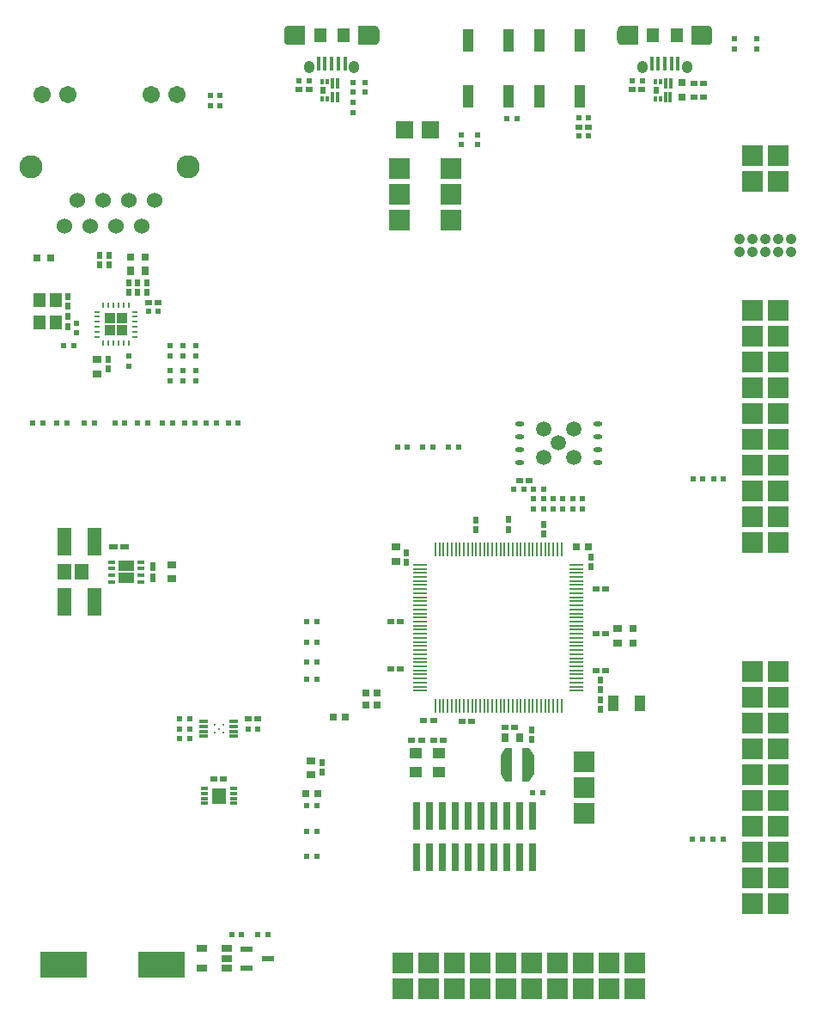
<source format=gtp>
G04 Layer_Color=8421504*
%FSLAX43Y43*%
%MOMM*%
G71*
G01*
G75*
%ADD13R,0.600X0.550*%
%ADD14R,0.800X0.650*%
%ADD15R,0.800X0.850*%
%ADD16R,0.500X0.650*%
%ADD17R,1.350X1.500*%
%ADD19R,0.550X0.600*%
%ADD20R,1.400X2.800*%
%ADD21R,0.700X0.700*%
%ADD23R,0.650X0.500*%
%ADD24R,0.600X0.900*%
%ADD25R,0.700X0.700*%
%ADD26R,0.540X0.800*%
%ADD27R,0.300X0.600*%
%ADD28R,0.300X1.000*%
%ADD29R,0.400X1.000*%
%ADD30R,0.400X1.350*%
%ADD31R,0.500X0.600*%
%ADD32R,1.000X2.250*%
%ADD33R,0.900X0.600*%
%ADD34R,4.600X2.500*%
%ADD35R,0.700X3.300*%
%ADD36R,1.300X0.600*%
%ADD37R,1.050X0.650*%
%ADD39R,0.850X0.300*%
%ADD40R,0.230X0.480*%
%ADD41R,0.480X0.230*%
%ADD44R,0.675X0.350*%
%ADD46R,0.700X0.300*%
%ADD48O,0.900X0.450*%
%ADD49R,1.000X1.550*%
%ADD51R,1.150X1.400*%
%ADD52R,1.300X1.050*%
%ADD53R,0.850X0.800*%
%ADD54R,0.740X2.790*%
%ADD55O,0.250X1.400*%
%ADD56O,1.400X0.250*%
%ADD57R,0.650X0.800*%
%ADD65C,1.050*%
%ADD66C,1.500*%
%ADD67C,1.524*%
%ADD68C,1.702*%
%ADD69C,2.286*%
G04:AMPARAMS|DCode=71|XSize=2.1mm|YSize=1.9mm|CornerRadius=0.494mm|HoleSize=0mm|Usage=FLASHONLY|Rotation=0.000|XOffset=0mm|YOffset=0mm|HoleType=Round|Shape=RoundedRectangle|*
%AMROUNDEDRECTD71*
21,1,2.100,0.912,0,0,0.0*
21,1,1.112,1.900,0,0,0.0*
1,1,0.988,0.556,-0.456*
1,1,0.988,-0.556,-0.456*
1,1,0.988,-0.556,0.456*
1,1,0.988,0.556,0.456*
%
%ADD71ROUNDEDRECTD71*%
G04:AMPARAMS|DCode=72|XSize=1.05mm|YSize=1.25mm|CornerRadius=0.525mm|HoleSize=0mm|Usage=FLASHONLY|Rotation=180.000|XOffset=0mm|YOffset=0mm|HoleType=Round|Shape=RoundedRectangle|*
%AMROUNDEDRECTD72*
21,1,1.050,0.200,0,0,180.0*
21,1,0.000,1.250,0,0,180.0*
1,1,1.050,0.000,0.100*
1,1,1.050,0.000,0.100*
1,1,1.050,0.000,-0.100*
1,1,1.050,0.000,-0.100*
%
%ADD72ROUNDEDRECTD72*%
%ADD126R,2.100X2.100*%
%ADD127R,2.100X2.100*%
%ADD128C,0.264*%
%ADD129R,1.000X1.000*%
%ADD130R,1.550X1.125*%
%ADD131R,1.700X1.700*%
%ADD132R,1.350X1.550*%
%ADD133R,1.300X1.400*%
G36*
X-51034Y-2625D02*
X-52634D01*
X-52682Y-2621D01*
X-52735Y-2614D01*
X-52788Y-2599D01*
X-52831Y-2583D01*
X-52873Y-2563D01*
X-52917Y-2535D01*
X-52955Y-2506D01*
X-52994Y-2472D01*
X-53023Y-2436D01*
X-53051Y-2399D01*
X-53075Y-2358D01*
X-53095Y-2316D01*
X-53111Y-2274D01*
X-53123Y-2223D01*
X-53130Y-2178D01*
X-53134Y-2125D01*
Y-1225D01*
X-53130Y-1170D01*
X-53122Y-1125D01*
X-53110Y-1075D01*
X-53094Y-1035D01*
X-53081Y-1002D01*
X-53056Y-959D01*
X-53030Y-922D01*
X-52999Y-884D01*
X-52954Y-843D01*
X-52914Y-813D01*
X-52868Y-784D01*
X-52815Y-760D01*
X-52728Y-734D01*
X-52634Y-725D01*
X-51034D01*
Y-2625D01*
D02*
G37*
G36*
X-28500Y-72625D02*
Y-74425D01*
X-28950Y-75175D01*
X-29650D01*
Y-71875D01*
X-28950D01*
X-28500Y-72625D01*
D02*
G37*
G36*
X-30650Y-75175D02*
X-31350D01*
X-31800Y-74425D01*
Y-72625D01*
X-31350Y-71875D01*
X-30650D01*
Y-75175D01*
D02*
G37*
G36*
X-11352Y-729D02*
X-11299Y-736D01*
X-11246Y-751D01*
X-11203Y-767D01*
X-11161Y-787D01*
X-11117Y-815D01*
X-11079Y-844D01*
X-11040Y-878D01*
X-11011Y-914D01*
X-10983Y-951D01*
X-10959Y-992D01*
X-10939Y-1034D01*
X-10923Y-1076D01*
X-10911Y-1127D01*
X-10904Y-1172D01*
X-10900Y-1225D01*
Y-2125D01*
X-10904Y-2180D01*
X-10912Y-2225D01*
X-10924Y-2275D01*
X-10940Y-2315D01*
X-10953Y-2348D01*
X-10978Y-2391D01*
X-11004Y-2428D01*
X-11035Y-2466D01*
X-11080Y-2507D01*
X-11120Y-2537D01*
X-11166Y-2566D01*
X-11219Y-2590D01*
X-11306Y-2616D01*
X-11400Y-2625D01*
X-13000D01*
Y-725D01*
X-11400D01*
X-11352Y-729D01*
D02*
G37*
G36*
X-18200Y-2625D02*
X-19800D01*
X-19848Y-2621D01*
X-19901Y-2614D01*
X-19954Y-2599D01*
X-19997Y-2583D01*
X-20039Y-2563D01*
X-20083Y-2535D01*
X-20121Y-2506D01*
X-20160Y-2472D01*
X-20189Y-2436D01*
X-20217Y-2399D01*
X-20241Y-2358D01*
X-20261Y-2316D01*
X-20277Y-2274D01*
X-20289Y-2223D01*
X-20296Y-2178D01*
X-20300Y-2125D01*
Y-1225D01*
X-20296Y-1170D01*
X-20288Y-1125D01*
X-20276Y-1075D01*
X-20260Y-1035D01*
X-20247Y-1002D01*
X-20222Y-959D01*
X-20196Y-922D01*
X-20165Y-884D01*
X-20120Y-843D01*
X-20080Y-813D01*
X-20034Y-784D01*
X-19981Y-760D01*
X-19894Y-734D01*
X-19800Y-725D01*
X-18200D01*
Y-2625D01*
D02*
G37*
G36*
X-44186Y-729D02*
X-44133Y-736D01*
X-44080Y-751D01*
X-44037Y-767D01*
X-43995Y-787D01*
X-43951Y-815D01*
X-43913Y-844D01*
X-43874Y-878D01*
X-43845Y-914D01*
X-43817Y-951D01*
X-43793Y-992D01*
X-43773Y-1034D01*
X-43757Y-1076D01*
X-43745Y-1127D01*
X-43738Y-1172D01*
X-43734Y-1225D01*
Y-2125D01*
X-43738Y-2180D01*
X-43746Y-2225D01*
X-43758Y-2275D01*
X-43774Y-2315D01*
X-43787Y-2348D01*
X-43812Y-2391D01*
X-43838Y-2428D01*
X-43869Y-2466D01*
X-43914Y-2507D01*
X-43954Y-2537D01*
X-44000Y-2566D01*
X-44053Y-2590D01*
X-44140Y-2616D01*
X-44234Y-2625D01*
X-45834D01*
Y-725D01*
X-44234D01*
X-44186Y-729D01*
D02*
G37*
D13*
X-41965Y-42200D02*
D03*
X-40965D02*
D03*
X-50925Y-61400D02*
D03*
X-49925D02*
D03*
X-50925Y-65100D02*
D03*
X-49925D02*
D03*
X-50925Y-63400D02*
D03*
X-49925D02*
D03*
X-50925Y-82530D02*
D03*
X-49925D02*
D03*
X-50925Y-80030D02*
D03*
X-49925D02*
D03*
X-50925Y-77530D02*
D03*
X-49925D02*
D03*
X-30500Y-46326D02*
D03*
X-29500D02*
D03*
X-56701Y-69950D02*
D03*
X-55701D02*
D03*
X-63450Y-69000D02*
D03*
X-62450D02*
D03*
X-63450Y-69950D02*
D03*
X-62450D02*
D03*
X-63450Y-70900D02*
D03*
X-62450D02*
D03*
X-65525Y-28875D02*
D03*
X-66525D02*
D03*
X-74850Y-32200D02*
D03*
X-73850D02*
D03*
X-51653Y-6125D02*
D03*
X-50653D02*
D03*
X-57300Y-90250D02*
D03*
X-58300D02*
D03*
X-54700D02*
D03*
X-55700D02*
D03*
X-31150Y-9850D02*
D03*
X-30150D02*
D03*
X-24100Y-9800D02*
D03*
X-23100D02*
D03*
X-18825Y-6125D02*
D03*
X-17825D02*
D03*
X-24100Y-11550D02*
D03*
X-23100D02*
D03*
X-12831Y-45325D02*
D03*
X-11831D02*
D03*
X-9806D02*
D03*
X-10806D02*
D03*
X-28625Y-76276D02*
D03*
X-27625D02*
D03*
X-12875Y-80825D02*
D03*
X-11875D02*
D03*
X-9850D02*
D03*
X-10850D02*
D03*
X-72825Y-39850D02*
D03*
X-71825D02*
D03*
X-69825D02*
D03*
X-68825D02*
D03*
X-67575D02*
D03*
X-66575D02*
D03*
X-57650D02*
D03*
X-58650D02*
D03*
X-59775D02*
D03*
X-60775D02*
D03*
X-64150D02*
D03*
X-65150D02*
D03*
X-77900D02*
D03*
X-76900D02*
D03*
X-75525D02*
D03*
X-74525D02*
D03*
X-61900D02*
D03*
X-62900D02*
D03*
X-50925Y-59400D02*
D03*
X-49925D02*
D03*
X-36925Y-42200D02*
D03*
X-35925D02*
D03*
X-38450Y-42200D02*
D03*
X-39450D02*
D03*
X-28575Y-46326D02*
D03*
X-27575D02*
D03*
D14*
X-48267Y-68756D02*
D03*
X-47067D02*
D03*
X-51025Y-76350D02*
D03*
X-49825D02*
D03*
X-23125Y-52000D02*
D03*
X-24325D02*
D03*
D15*
X-29925Y-70825D02*
D03*
X-31325D02*
D03*
X-68250Y-24875D02*
D03*
X-66850D02*
D03*
D16*
X-21925Y-67125D02*
D03*
Y-68075D02*
D03*
X-21927Y-66100D02*
D03*
Y-65150D02*
D03*
X-67550Y-27000D02*
D03*
Y-26050D02*
D03*
X-71288Y-23300D02*
D03*
Y-24250D02*
D03*
X-70363Y-23300D02*
D03*
Y-24250D02*
D03*
X-70450Y-33546D02*
D03*
Y-34496D02*
D03*
X-68450Y-27000D02*
D03*
Y-26050D02*
D03*
X-22900Y-53050D02*
D03*
Y-54000D02*
D03*
X-27550Y-50775D02*
D03*
Y-49825D02*
D03*
X-31000Y-50300D02*
D03*
Y-49350D02*
D03*
X-34200Y-50350D02*
D03*
Y-49400D02*
D03*
X-41075Y-53550D02*
D03*
Y-52600D02*
D03*
X-28750Y-70050D02*
D03*
Y-71000D02*
D03*
X-49365Y-73300D02*
D03*
Y-74251D02*
D03*
X-74450Y-28330D02*
D03*
Y-27380D02*
D03*
Y-29380D02*
D03*
Y-30330D02*
D03*
X-66650Y-26050D02*
D03*
Y-27000D02*
D03*
D17*
X-74750Y-54513D02*
D03*
X-73100D02*
D03*
D19*
X-61800Y-34650D02*
D03*
Y-35650D02*
D03*
X-63075Y-34650D02*
D03*
Y-35650D02*
D03*
X-64350Y-34650D02*
D03*
Y-35650D02*
D03*
X-68450Y-34271D02*
D03*
Y-33271D02*
D03*
X-63075Y-32200D02*
D03*
Y-33200D02*
D03*
X-64350Y-32200D02*
D03*
Y-33200D02*
D03*
X-61800Y-32200D02*
D03*
Y-33200D02*
D03*
X-73557Y-30980D02*
D03*
Y-29980D02*
D03*
X-60400Y-8625D02*
D03*
Y-7625D02*
D03*
X-45150Y-7275D02*
D03*
Y-6275D02*
D03*
X-46350Y-8300D02*
D03*
Y-9300D02*
D03*
Y-6275D02*
D03*
Y-7275D02*
D03*
X-35675Y-12450D02*
D03*
Y-11450D02*
D03*
X-59450Y-8625D02*
D03*
Y-7625D02*
D03*
X-28520Y-47325D02*
D03*
Y-48325D02*
D03*
X-27560Y-47325D02*
D03*
Y-48325D02*
D03*
X-26600Y-47325D02*
D03*
Y-48325D02*
D03*
X-25640Y-47325D02*
D03*
Y-48325D02*
D03*
X-24680Y-47325D02*
D03*
Y-48325D02*
D03*
X-23720Y-47325D02*
D03*
Y-48325D02*
D03*
D20*
X-71850Y-57475D02*
D03*
X-74750D02*
D03*
Y-51550D02*
D03*
X-71850D02*
D03*
D21*
X-68250Y-23500D02*
D03*
X-66850D02*
D03*
X-77501Y-23575D02*
D03*
X-76101D02*
D03*
D23*
X-29925Y-45475D02*
D03*
X-28975D02*
D03*
X-59075Y-74900D02*
D03*
X-60025D02*
D03*
X-56650Y-68975D02*
D03*
X-55700D02*
D03*
X-66500Y-27975D02*
D03*
X-65550D02*
D03*
X-50678Y-7025D02*
D03*
X-51628D02*
D03*
X-40550Y-71075D02*
D03*
X-39600D02*
D03*
X-37400D02*
D03*
X-38350D02*
D03*
X-24075Y-10675D02*
D03*
X-23125D02*
D03*
X-11800Y-7725D02*
D03*
X-12750D02*
D03*
X-11800Y-6425D02*
D03*
X-12750D02*
D03*
X-17850Y-7025D02*
D03*
X-18800D02*
D03*
X-31375Y-69775D02*
D03*
X-30425D02*
D03*
X-22375Y-64200D02*
D03*
X-21425D02*
D03*
X-22375Y-60600D02*
D03*
X-21425D02*
D03*
X-22375Y-56200D02*
D03*
X-21425D02*
D03*
X-41675Y-59400D02*
D03*
X-42625D02*
D03*
X-41675Y-64050D02*
D03*
X-42625D02*
D03*
X-38400Y-69125D02*
D03*
X-39350D02*
D03*
X-34650Y-69250D02*
D03*
X-35600D02*
D03*
D24*
X-66025Y-53950D02*
D03*
Y-55050D02*
D03*
D25*
X-13875Y-7725D02*
D03*
Y-6325D02*
D03*
X-18750Y-61500D02*
D03*
Y-60100D02*
D03*
D26*
X-16430Y-7075D02*
D03*
X-49264D02*
D03*
D27*
X-16550Y-7925D02*
D03*
X-16050D02*
D03*
X-16550Y-6225D02*
D03*
X-16050D02*
D03*
X-48884D02*
D03*
X-49384D02*
D03*
X-48884Y-7925D02*
D03*
X-49384D02*
D03*
D28*
X-15550Y-7725D02*
D03*
X-15050D02*
D03*
X-15550Y-6425D02*
D03*
X-48384D02*
D03*
X-47884Y-7725D02*
D03*
X-48384D02*
D03*
D29*
X-15000Y-6425D02*
D03*
X-47834D02*
D03*
D30*
X-16900Y-4475D02*
D03*
X-16250D02*
D03*
X-15600D02*
D03*
X-14950D02*
D03*
X-14300D02*
D03*
X-47134D02*
D03*
X-47784D02*
D03*
X-48434D02*
D03*
X-49084D02*
D03*
X-49734D02*
D03*
D31*
X-6500Y-2000D02*
D03*
Y-3000D02*
D03*
X-8750Y-2000D02*
D03*
Y-3000D02*
D03*
X-34075Y-11450D02*
D03*
Y-12450D02*
D03*
D32*
X-28000Y-7650D02*
D03*
Y-2150D02*
D03*
X-24000D02*
D03*
Y-7650D02*
D03*
X-35000D02*
D03*
Y-2150D02*
D03*
X-31000D02*
D03*
Y-7650D02*
D03*
D33*
X-69925Y-52025D02*
D03*
X-68825D02*
D03*
D34*
X-65250Y-93150D02*
D03*
X-74850D02*
D03*
D35*
X-29300Y-73525D02*
D03*
X-31000D02*
D03*
D36*
X-54700Y-92575D02*
D03*
X-56800Y-93525D02*
D03*
Y-91625D02*
D03*
D37*
X-58750Y-93503D02*
D03*
Y-92550D02*
D03*
Y-91597D02*
D03*
X-61200D02*
D03*
Y-93503D02*
D03*
D39*
X-61050Y-69200D02*
D03*
Y-69700D02*
D03*
Y-70700D02*
D03*
Y-70200D02*
D03*
X-58100D02*
D03*
Y-70700D02*
D03*
Y-69700D02*
D03*
Y-69200D02*
D03*
D40*
X-68450Y-28270D02*
D03*
X-68950D02*
D03*
X-69450D02*
D03*
X-69950D02*
D03*
X-70950Y-31990D02*
D03*
X-70450D02*
D03*
X-69950D02*
D03*
X-69450D02*
D03*
X-68950D02*
D03*
X-68450D02*
D03*
X-70450Y-28270D02*
D03*
X-70950D02*
D03*
D41*
X-71560Y-28880D02*
D03*
Y-29380D02*
D03*
Y-29880D02*
D03*
Y-30380D02*
D03*
Y-30880D02*
D03*
Y-31380D02*
D03*
X-67840D02*
D03*
Y-30880D02*
D03*
Y-30380D02*
D03*
Y-29880D02*
D03*
Y-29380D02*
D03*
Y-28880D02*
D03*
D44*
X-70088Y-55475D02*
D03*
Y-54825D02*
D03*
Y-54175D02*
D03*
Y-53525D02*
D03*
X-67263D02*
D03*
Y-54175D02*
D03*
Y-54825D02*
D03*
Y-55475D02*
D03*
D46*
X-61000Y-75800D02*
D03*
Y-76300D02*
D03*
Y-76800D02*
D03*
Y-77300D02*
D03*
X-58100D02*
D03*
Y-76800D02*
D03*
Y-76300D02*
D03*
Y-75800D02*
D03*
D48*
X-22225Y-43705D02*
D03*
Y-42435D02*
D03*
Y-41165D02*
D03*
Y-39895D02*
D03*
X-29925D02*
D03*
Y-41165D02*
D03*
Y-42435D02*
D03*
Y-43705D02*
D03*
D49*
X-18050Y-67450D02*
D03*
X-20650D02*
D03*
D51*
X-77225Y-27755D02*
D03*
Y-29955D02*
D03*
X-75625D02*
D03*
Y-27755D02*
D03*
D52*
X-37825Y-72375D02*
D03*
X-40125Y-74225D02*
D03*
X-37825D02*
D03*
X-40125Y-72375D02*
D03*
D53*
X-20250Y-60105D02*
D03*
Y-61505D02*
D03*
X-42100Y-53450D02*
D03*
Y-52050D02*
D03*
X-64231Y-53806D02*
D03*
Y-55206D02*
D03*
X-71525Y-33575D02*
D03*
Y-34975D02*
D03*
X-50475Y-73076D02*
D03*
Y-74476D02*
D03*
D54*
X-28610Y-78565D02*
D03*
Y-82635D02*
D03*
X-29880Y-78565D02*
D03*
Y-82635D02*
D03*
X-31150Y-78565D02*
D03*
Y-82635D02*
D03*
X-32420Y-78565D02*
D03*
Y-82635D02*
D03*
X-33690Y-78565D02*
D03*
Y-82635D02*
D03*
X-34960Y-78565D02*
D03*
Y-82635D02*
D03*
X-36230Y-78565D02*
D03*
Y-82635D02*
D03*
X-37500Y-78565D02*
D03*
Y-82635D02*
D03*
X-38770Y-78565D02*
D03*
Y-82635D02*
D03*
X-40040Y-78565D02*
D03*
Y-82635D02*
D03*
D55*
X-25800Y-67700D02*
D03*
X-26200D02*
D03*
X-26600D02*
D03*
X-27000D02*
D03*
X-27400D02*
D03*
X-27800D02*
D03*
X-28200D02*
D03*
X-28600D02*
D03*
X-29000D02*
D03*
X-29400D02*
D03*
X-29800D02*
D03*
X-30200D02*
D03*
X-30600D02*
D03*
X-31000D02*
D03*
X-31400D02*
D03*
X-31800D02*
D03*
X-32200D02*
D03*
X-32600D02*
D03*
X-33000D02*
D03*
X-33400D02*
D03*
X-33800D02*
D03*
X-34200D02*
D03*
X-34600D02*
D03*
X-35000D02*
D03*
X-35400D02*
D03*
X-35800D02*
D03*
X-36200D02*
D03*
X-36600D02*
D03*
X-37000D02*
D03*
X-37400D02*
D03*
X-37800D02*
D03*
X-38200D02*
D03*
Y-52300D02*
D03*
X-37800D02*
D03*
X-37400D02*
D03*
X-37000D02*
D03*
X-36600D02*
D03*
X-36200D02*
D03*
X-35800D02*
D03*
X-35400D02*
D03*
X-35000D02*
D03*
X-34600D02*
D03*
X-34200D02*
D03*
X-33800D02*
D03*
X-33400D02*
D03*
X-33000D02*
D03*
X-32600D02*
D03*
X-32200D02*
D03*
X-31800D02*
D03*
X-31400D02*
D03*
X-31000D02*
D03*
X-30600D02*
D03*
X-30200D02*
D03*
X-29800D02*
D03*
X-29400D02*
D03*
X-29000D02*
D03*
X-28600D02*
D03*
X-28200D02*
D03*
X-27800D02*
D03*
X-27400D02*
D03*
X-27000D02*
D03*
X-26600D02*
D03*
X-26200D02*
D03*
X-25800D02*
D03*
D56*
X-39700Y-66200D02*
D03*
Y-65800D02*
D03*
Y-65400D02*
D03*
Y-65000D02*
D03*
Y-64600D02*
D03*
Y-64200D02*
D03*
Y-63800D02*
D03*
Y-63400D02*
D03*
Y-63000D02*
D03*
Y-62600D02*
D03*
Y-62200D02*
D03*
Y-61800D02*
D03*
Y-61400D02*
D03*
Y-61000D02*
D03*
Y-60600D02*
D03*
Y-60200D02*
D03*
Y-59800D02*
D03*
Y-59400D02*
D03*
Y-59000D02*
D03*
Y-58600D02*
D03*
Y-58200D02*
D03*
Y-57800D02*
D03*
Y-57400D02*
D03*
Y-57000D02*
D03*
Y-56600D02*
D03*
Y-56200D02*
D03*
Y-55800D02*
D03*
Y-55400D02*
D03*
Y-55000D02*
D03*
Y-54600D02*
D03*
Y-54200D02*
D03*
Y-53800D02*
D03*
X-24300D02*
D03*
Y-54200D02*
D03*
Y-54600D02*
D03*
Y-55000D02*
D03*
Y-55400D02*
D03*
Y-55800D02*
D03*
Y-56200D02*
D03*
Y-56600D02*
D03*
Y-57000D02*
D03*
Y-57400D02*
D03*
Y-57800D02*
D03*
Y-58200D02*
D03*
Y-58600D02*
D03*
Y-59000D02*
D03*
Y-59400D02*
D03*
Y-59800D02*
D03*
Y-60200D02*
D03*
Y-60600D02*
D03*
Y-61000D02*
D03*
Y-61400D02*
D03*
Y-61800D02*
D03*
Y-62200D02*
D03*
Y-62600D02*
D03*
Y-63000D02*
D03*
Y-63400D02*
D03*
Y-63800D02*
D03*
Y-64200D02*
D03*
Y-64600D02*
D03*
Y-65000D02*
D03*
Y-65400D02*
D03*
Y-65800D02*
D03*
Y-66200D02*
D03*
D57*
X-43925Y-66440D02*
D03*
Y-67640D02*
D03*
X-45075Y-66440D02*
D03*
Y-67640D02*
D03*
D65*
X-8240Y-21740D02*
D03*
X-6970D02*
D03*
X-5700D02*
D03*
X-4430D02*
D03*
X-3160D02*
D03*
Y-23010D02*
D03*
X-4430D02*
D03*
X-5700D02*
D03*
X-6970D02*
D03*
X-8240D02*
D03*
D66*
X-26075Y-41775D02*
D03*
X-24575Y-43200D02*
D03*
X-27575D02*
D03*
X-24575Y-40400D02*
D03*
X-27575D02*
D03*
D67*
X-74770Y-20465D02*
D03*
X-73500Y-17925D02*
D03*
X-72230Y-20465D02*
D03*
X-70960Y-17925D02*
D03*
X-69690Y-20465D02*
D03*
X-68420Y-17925D02*
D03*
X-67150Y-20465D02*
D03*
X-65880Y-17925D02*
D03*
D68*
X-76954Y-7511D02*
D03*
X-74414D02*
D03*
X-66236D02*
D03*
X-63696D02*
D03*
D69*
X-78072Y-14623D02*
D03*
X-62578D02*
D03*
D71*
X-11950Y-1675D02*
D03*
X-19250D02*
D03*
X-52084D02*
D03*
X-44784D02*
D03*
D72*
X-13375Y-4800D02*
D03*
X-17825D02*
D03*
X-50659D02*
D03*
X-46209D02*
D03*
D126*
X-28730Y-95570D02*
D03*
Y-93030D02*
D03*
X-26190Y-95570D02*
D03*
Y-93030D02*
D03*
X-23650Y-95570D02*
D03*
Y-93030D02*
D03*
X-21110Y-95570D02*
D03*
Y-93030D02*
D03*
X-18570Y-95570D02*
D03*
X-31270Y-93030D02*
D03*
Y-95570D02*
D03*
X-33810Y-93030D02*
D03*
Y-95570D02*
D03*
X-36350Y-93030D02*
D03*
Y-95570D02*
D03*
X-38890Y-93030D02*
D03*
Y-95570D02*
D03*
X-41430Y-93030D02*
D03*
Y-95570D02*
D03*
X-18570Y-93030D02*
D03*
D127*
X-36696Y-14760D02*
D03*
Y-17300D02*
D03*
Y-19840D02*
D03*
X-41776Y-14760D02*
D03*
Y-17300D02*
D03*
Y-19840D02*
D03*
X-6970Y-64290D02*
D03*
X-4430Y-87150D02*
D03*
X-6970D02*
D03*
X-4430Y-84610D02*
D03*
X-6970D02*
D03*
X-4430Y-82070D02*
D03*
X-6970D02*
D03*
X-4430Y-79530D02*
D03*
X-6970D02*
D03*
X-4430Y-76990D02*
D03*
X-6970D02*
D03*
X-4430Y-64290D02*
D03*
X-6970Y-66830D02*
D03*
X-4430D02*
D03*
X-6970Y-69370D02*
D03*
X-4430D02*
D03*
X-6970Y-71910D02*
D03*
X-4430D02*
D03*
X-6970Y-74450D02*
D03*
X-4430D02*
D03*
X-6970Y-28730D02*
D03*
X-4430Y-51590D02*
D03*
X-6970D02*
D03*
X-4430Y-49050D02*
D03*
X-6970D02*
D03*
X-4430Y-46510D02*
D03*
X-6970D02*
D03*
X-4430Y-43970D02*
D03*
X-6970D02*
D03*
X-4430Y-41430D02*
D03*
X-6970D02*
D03*
X-4430Y-28730D02*
D03*
X-6970Y-31270D02*
D03*
X-4430D02*
D03*
X-6970Y-33810D02*
D03*
X-4430D02*
D03*
X-6970Y-36350D02*
D03*
X-4430D02*
D03*
X-6970Y-38890D02*
D03*
X-4430D02*
D03*
X-6970Y-13490D02*
D03*
X-4430D02*
D03*
X-6970Y-16030D02*
D03*
X-4430D02*
D03*
X-23575Y-78240D02*
D03*
Y-75700D02*
D03*
Y-73160D02*
D03*
D128*
X-59150Y-69550D02*
D03*
X-60000D02*
D03*
Y-70350D02*
D03*
X-59150D02*
D03*
X-59575Y-69950D02*
D03*
D129*
X-70300Y-29530D02*
D03*
Y-30730D02*
D03*
X-69100Y-30730D02*
D03*
X-69100Y-29530D02*
D03*
D130*
X-68675Y-55113D02*
D03*
X-68675Y-53887D02*
D03*
D131*
X-41270Y-10950D02*
D03*
X-38730D02*
D03*
D132*
X-59550Y-76550D02*
D03*
D133*
X-14450Y-1675D02*
D03*
X-16750D02*
D03*
X-49584Y-1675D02*
D03*
X-47284D02*
D03*
M02*

</source>
